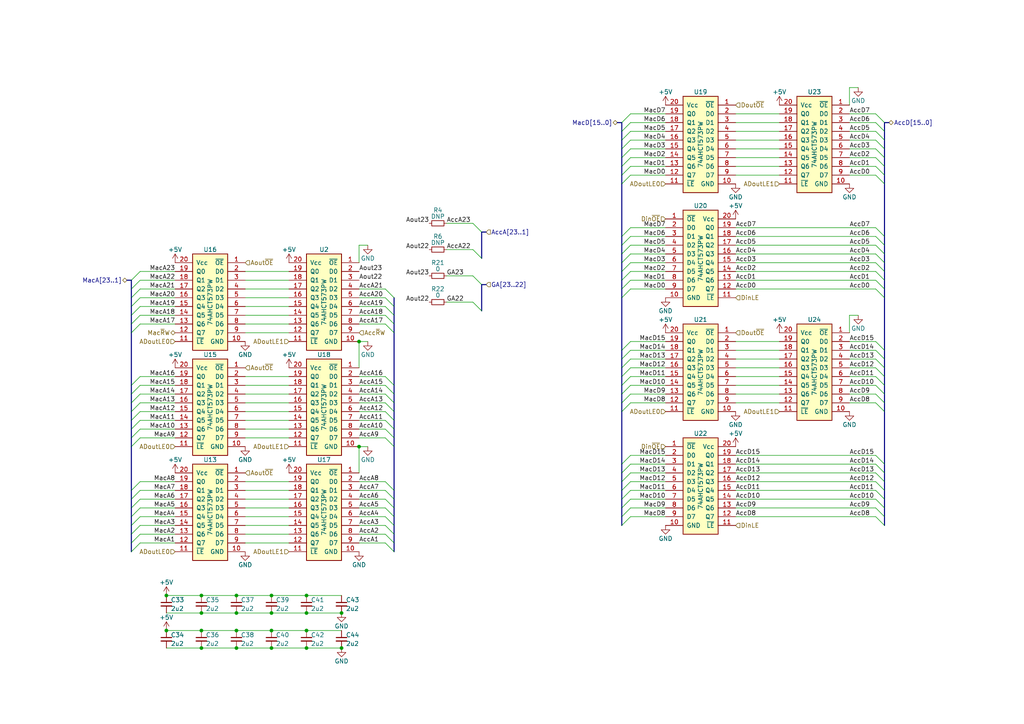
<source format=kicad_sch>
(kicad_sch (version 20230121) (generator eeschema)
  (paper "A4")
  (title_block (title "WarpSE (GW4410A)") (date "2024-03-27") (rev "1.0") (company "Garrett's Workshop"))
  (lib_symbols
    (symbol "Device:C_Small" (pin_numbers hide) (pin_names (offset 0.254) hide)
      (property "Reference" "C" (at 0.254 1.778 0))
      (property "Value" "C_Small" (at 0.254 -2.032 0))
      (symbol "C_Small_0_1"
        (polyline (pts (xy -1.524 -0.508) (xy 1.524 -0.508)) (stroke (width 0.3302)))
        (polyline (pts (xy -1.524 0.508) (xy 1.524 0.508)) (stroke (width 0.3048)))
      )
      (symbol "C_Small_1_1"
        (pin passive line (at 0 2.54 270) (length 2.032) (name "~") (number "1"))
        (pin passive line (at 0 -2.54 90) (length 2.032) (name "~") (number "2"))
      )
    )
    (symbol "Device:R_Small" (pin_numbers hide) (pin_names (offset 0.254) hide)
      (property "Reference" "R" (at 0.762 0.508 0))
      (property "Value" "R_Small" (at 0.762 -1.016 0))
      (symbol "R_Small_0_1"
        (rectangle (start -0.762 1.778) (end 0.762 -1.778) (stroke (width 0.2032)))
      )
      (symbol "R_Small_1_1"
        (pin passive line (at 0 2.54 270) (length 0.762) (name "~") (number "1"))
        (pin passive line (at 0 -2.54 90) (length 0.762) (name "~") (number "2"))
      )
    )
    (symbol "GW_Logic:74573" (pin_names (offset 1.016))
      (property "Reference" "U" (at 0 15.24 0))
      (property "Value" "74573" (at 0 -15.24 0))
      (symbol "74573_0_1"
        (rectangle (start -5.08 13.97) (end 5.08 -13.97) (stroke (width 0.254)) (fill (type background)))
      )
      (symbol "74573_1_1"
        (pin input line (at -10.16 11.43 0) (length 5.08) (name "~{OE}") (number "1"))
        (pin power_in line (at -10.16 -11.43 0) (length 5.08) (name "GND") (number "10"))
        (pin input line (at 10.16 -11.43 180) (length 5.08) (name "~{LE}") (number "11"))
        (pin tri_state line (at 10.16 -8.89 180) (length 5.08) (name "Q7") (number "12"))
        (pin tri_state line (at 10.16 -6.35 180) (length 5.08) (name "Q6") (number "13"))
        (pin tri_state line (at 10.16 -3.81 180) (length 5.08) (name "Q5") (number "14"))
        (pin tri_state line (at 10.16 -1.27 180) (length 5.08) (name "Q4") (number "15"))
        (pin tri_state line (at 10.16 1.27 180) (length 5.08) (name "Q3") (number "16"))
        (pin tri_state line (at 10.16 3.81 180) (length 5.08) (name "Q2") (number "17"))
        (pin tri_state line (at 10.16 6.35 180) (length 5.08) (name "Q1") (number "18"))
        (pin tri_state line (at 10.16 8.89 180) (length 5.08) (name "Q0") (number "19"))
        (pin input line (at -10.16 8.89 0) (length 5.08) (name "D0") (number "2"))
        (pin power_in line (at 10.16 11.43 180) (length 5.08) (name "Vcc") (number "20"))
        (pin input line (at -10.16 6.35 0) (length 5.08) (name "D1") (number "3"))
        (pin input line (at -10.16 3.81 0) (length 5.08) (name "D2") (number "4"))
        (pin input line (at -10.16 1.27 0) (length 5.08) (name "D3") (number "5"))
        (pin input line (at -10.16 -1.27 0) (length 5.08) (name "D4") (number "6"))
        (pin input line (at -10.16 -3.81 0) (length 5.08) (name "D5") (number "7"))
        (pin input line (at -10.16 -6.35 0) (length 5.08) (name "D6") (number "8"))
        (pin input line (at -10.16 -8.89 0) (length 5.08) (name "D7") (number "9"))
      )
    )
    (symbol "power:+5V" (power) (pin_names (offset 0))
      (property "Value" "+5V" (at 0 3.556 0))
      (symbol "+5V_0_1"
        (polyline (pts (xy -0.762 1.27) (xy 0 2.54)))
        (polyline (pts (xy 0 0) (xy 0 2.54)))
        (polyline (pts (xy 0 2.54) (xy 0.762 1.27)))
      )
      (symbol "+5V_1_1"
        (pin power_in line (at 0 0 90) (length 0) hide (name "+5V") (number "1"))
      )
    )
    (symbol "power:GND" (power) (pin_names (offset 0))
      (property "Value" "GND" (at 0 -3.81 0))
      (symbol "GND_0_1"
        (polyline (pts (xy 0 0) (xy 0 -1.27) (xy 1.27 -1.27) (xy 0 -2.54) (xy -1.27 -1.27) (xy 0 -1.27)))
      )
      (symbol "GND_1_1"
        (pin power_in line (at 0 0 270) (length 0) hide (name "GND") (number "1"))
      )
    )
  )
  (junction (at 58.42 182.88))
  (junction (at 78.74 187.96))
  (junction (at 78.74 182.88))
  (junction (at 104.14 129.54))
  (junction (at 78.74 177.8))
  (junction (at 68.58 172.72))
  (junction (at 68.58 187.96))
  (junction (at 99.06 177.8))
  (junction (at 88.9 182.88))
  (junction (at 104.14 99.06))
  (junction (at 48.26 182.88))
  (junction (at 88.9 187.96))
  (junction (at 58.42 177.8))
  (junction (at 99.06 187.96))
  (junction (at 68.58 182.88))
  (junction (at 68.58 177.8))
  (junction (at 58.42 187.96))
  (junction (at 88.9 172.72))
  (junction (at 58.42 172.72))
  (junction (at 48.26 172.72))
  (junction (at 78.74 172.72))
  (junction (at 88.9 177.8))
  (bus_entry (at 254 104.14) (size 2.54 2.54))
  (bus_entry (at 111.76 144.78) (size 2.54 2.54))
  (bus_entry (at 111.76 109.22) (size 2.54 2.54))
  (bus_entry (at 182.88 114.3) (size -2.54 2.54))
  (bus_entry (at 111.76 152.4) (size 2.54 2.54))
  (bus_entry (at 254 99.06) (size 2.54 2.54))
  (bus_entry (at 137.16 64.77) (size 2.54 2.54))
  (bus_entry (at 182.88 50.8) (size -2.54 2.54))
  (bus_entry (at 40.64 121.92) (size -2.54 2.54))
  (bus_entry (at 40.64 86.36) (size -2.54 2.54))
  (bus_entry (at 182.88 66.04) (size -2.54 2.54))
  (bus_entry (at 40.64 88.9) (size -2.54 2.54))
  (bus_entry (at 111.76 88.9) (size 2.54 2.54))
  (bus_entry (at 182.88 137.16) (size -2.54 2.54))
  (bus_entry (at 254 116.84) (size 2.54 2.54))
  (bus_entry (at 182.88 68.58) (size -2.54 2.54))
  (bus_entry (at 182.88 101.6) (size -2.54 2.54))
  (bus_entry (at 111.76 116.84) (size 2.54 2.54))
  (bus_entry (at 40.64 119.38) (size -2.54 2.54))
  (bus_entry (at 254 48.26) (size 2.54 2.54))
  (bus_entry (at 111.76 83.82) (size 2.54 2.54))
  (bus_entry (at 254 45.72) (size 2.54 2.54))
  (bus_entry (at 40.64 142.24) (size -2.54 2.54))
  (bus_entry (at 40.64 124.46) (size -2.54 2.54))
  (bus_entry (at 254 114.3) (size 2.54 2.54))
  (bus_entry (at 40.64 127) (size -2.54 2.54))
  (bus_entry (at 40.64 152.4) (size -2.54 2.54))
  (bus_entry (at 254 50.8) (size 2.54 2.54))
  (bus_entry (at 111.76 142.24) (size 2.54 2.54))
  (bus_entry (at 254 43.18) (size 2.54 2.54))
  (bus_entry (at 40.64 81.28) (size -2.54 2.54))
  (bus_entry (at 182.88 144.78) (size -2.54 2.54))
  (bus_entry (at 254 83.82) (size 2.54 2.54))
  (bus_entry (at 182.88 109.22) (size -2.54 2.54))
  (bus_entry (at 111.76 111.76) (size 2.54 2.54))
  (bus_entry (at 182.88 78.74) (size -2.54 2.54))
  (bus_entry (at 137.16 72.39) (size 2.54 2.54))
  (bus_entry (at 182.88 134.62) (size -2.54 2.54))
  (bus_entry (at 254 73.66) (size 2.54 2.54))
  (bus_entry (at 182.88 83.82) (size -2.54 2.54))
  (bus_entry (at 182.88 43.18) (size -2.54 2.54))
  (bus_entry (at 254 40.64) (size 2.54 2.54))
  (bus_entry (at 111.76 147.32) (size 2.54 2.54))
  (bus_entry (at 254 149.86) (size 2.54 2.54))
  (bus_entry (at 40.64 139.7) (size -2.54 2.54))
  (bus_entry (at 182.88 40.64) (size -2.54 2.54))
  (bus_entry (at 254 68.58) (size 2.54 2.54))
  (bus_entry (at 254 33.02) (size 2.54 2.54))
  (bus_entry (at 111.76 91.44) (size 2.54 2.54))
  (bus_entry (at 182.88 111.76) (size -2.54 2.54))
  (bus_entry (at 182.88 106.68) (size -2.54 2.54))
  (bus_entry (at 182.88 71.12) (size -2.54 2.54))
  (bus_entry (at 254 106.68) (size 2.54 2.54))
  (bus_entry (at 182.88 139.7) (size -2.54 2.54))
  (bus_entry (at 40.64 78.74) (size -2.54 2.54))
  (bus_entry (at 254 142.24) (size 2.54 2.54))
  (bus_entry (at 254 139.7) (size 2.54 2.54))
  (bus_entry (at 254 71.12) (size 2.54 2.54))
  (bus_entry (at 40.64 93.98) (size -2.54 2.54))
  (bus_entry (at 254 78.74) (size 2.54 2.54))
  (bus_entry (at 111.76 127) (size 2.54 2.54))
  (bus_entry (at 111.76 119.38) (size 2.54 2.54))
  (bus_entry (at 182.88 147.32) (size -2.54 2.54))
  (bus_entry (at 111.76 121.92) (size 2.54 2.54))
  (bus_entry (at 254 147.32) (size 2.54 2.54))
  (bus_entry (at 111.76 139.7) (size 2.54 2.54))
  (bus_entry (at 111.76 114.3) (size 2.54 2.54))
  (bus_entry (at 254 66.04) (size 2.54 2.54))
  (bus_entry (at 182.88 116.84) (size -2.54 2.54))
  (bus_entry (at 182.88 48.26) (size -2.54 2.54))
  (bus_entry (at 40.64 109.22) (size -2.54 2.54))
  (bus_entry (at 182.88 33.02) (size -2.54 2.54))
  (bus_entry (at 40.64 114.3) (size -2.54 2.54))
  (bus_entry (at 111.76 149.86) (size 2.54 2.54))
  (bus_entry (at 111.76 154.94) (size 2.54 2.54))
  (bus_entry (at 40.64 111.76) (size -2.54 2.54))
  (bus_entry (at 254 132.08) (size 2.54 2.54))
  (bus_entry (at 40.64 149.86) (size -2.54 2.54))
  (bus_entry (at 182.88 76.2) (size -2.54 2.54))
  (bus_entry (at 182.88 132.08) (size -2.54 2.54))
  (bus_entry (at 137.16 87.63) (size 2.54 2.54))
  (bus_entry (at 254 144.78) (size 2.54 2.54))
  (bus_entry (at 40.64 154.94) (size -2.54 2.54))
  (bus_entry (at 254 35.56) (size 2.54 2.54))
  (bus_entry (at 40.64 157.48) (size -2.54 2.54))
  (bus_entry (at 182.88 104.14) (size -2.54 2.54))
  (bus_entry (at 182.88 45.72) (size -2.54 2.54))
  (bus_entry (at 40.64 83.82) (size -2.54 2.54))
  (bus_entry (at 254 38.1) (size 2.54 2.54))
  (bus_entry (at 111.76 124.46) (size 2.54 2.54))
  (bus_entry (at 137.16 80.01) (size 2.54 2.54))
  (bus_entry (at 254 111.76) (size 2.54 2.54))
  (bus_entry (at 40.64 144.78) (size -2.54 2.54))
  (bus_entry (at 254 109.22) (size 2.54 2.54))
  (bus_entry (at 182.88 149.86) (size -2.54 2.54))
  (bus_entry (at 111.76 86.36) (size 2.54 2.54))
  (bus_entry (at 182.88 99.06) (size -2.54 2.54))
  (bus_entry (at 182.88 38.1) (size -2.54 2.54))
  (bus_entry (at 111.76 157.48) (size 2.54 2.54))
  (bus_entry (at 254 76.2) (size 2.54 2.54))
  (bus_entry (at 254 137.16) (size 2.54 2.54))
  (bus_entry (at 182.88 73.66) (size -2.54 2.54))
  (bus_entry (at 254 101.6) (size 2.54 2.54))
  (bus_entry (at 40.64 116.84) (size -2.54 2.54))
  (bus_entry (at 40.64 147.32) (size -2.54 2.54))
  (bus_entry (at 254 81.28) (size 2.54 2.54))
  (bus_entry (at 40.64 91.44) (size -2.54 2.54))
  (bus_entry (at 111.76 93.98) (size 2.54 2.54))
  (bus_entry (at 182.88 81.28) (size -2.54 2.54))
  (bus_entry (at 182.88 35.56) (size -2.54 2.54))
  (bus_entry (at 254 134.62) (size 2.54 2.54))
  (bus_entry (at 182.88 142.24) (size -2.54 2.54))
  (wire (pts (xy 246.38 38.1) (xy 254 38.1)))
  (wire (pts (xy 48.26 177.8) (xy 58.42 177.8)))
  (bus (pts (xy 256.54 109.22) (xy 256.54 111.76)))
  (wire (pts (xy 71.12 147.32) (xy 83.82 147.32)))
  (wire (pts (xy 182.88 71.12) (xy 193.04 71.12)))
  (wire (pts (xy 50.8 109.22) (xy 40.64 109.22)))
  (wire (pts (xy 71.12 83.82) (xy 83.82 83.82)))
  (wire (pts (xy 50.8 144.78) (xy 40.64 144.78)))
  (wire (pts (xy 88.9 182.88) (xy 99.06 182.88)))
  (wire (pts (xy 213.36 139.7) (xy 254 139.7)))
  (wire (pts (xy 50.8 78.74) (xy 40.64 78.74)))
  (bus (pts (xy 257.81 35.56) (xy 256.54 35.56)))
  (wire (pts (xy 50.8 83.82) (xy 40.64 83.82)))
  (wire (pts (xy 50.8 127) (xy 40.64 127)))
  (bus (pts (xy 256.54 50.8) (xy 256.54 53.34)))
  (bus (pts (xy 114.3 152.4) (xy 114.3 154.94)))
  (wire (pts (xy 104.14 129.54) (xy 106.68 129.54)))
  (wire (pts (xy 213.36 114.3) (xy 226.06 114.3)))
  (wire (pts (xy 213.36 104.14) (xy 226.06 104.14)))
  (wire (pts (xy 246.38 91.44) (xy 248.92 91.44)))
  (bus (pts (xy 38.1 152.4) (xy 38.1 154.94)))
  (bus (pts (xy 180.34 116.84) (xy 180.34 119.38)))
  (bus (pts (xy 180.34 43.18) (xy 180.34 45.72)))
  (wire (pts (xy 182.88 83.82) (xy 193.04 83.82)))
  (wire (pts (xy 50.8 149.86) (xy 40.64 149.86)))
  (wire (pts (xy 71.12 139.7) (xy 83.82 139.7)))
  (bus (pts (xy 256.54 86.36) (xy 256.54 101.6)))
  (wire (pts (xy 48.26 182.88) (xy 58.42 182.88)))
  (bus (pts (xy 139.7 90.17) (xy 139.7 82.55)))
  (bus (pts (xy 180.34 35.56) (xy 180.34 38.1)))
  (wire (pts (xy 71.12 109.22) (xy 83.82 109.22)))
  (bus (pts (xy 256.54 83.82) (xy 256.54 86.36)))
  (bus (pts (xy 256.54 53.34) (xy 256.54 68.58)))
  (wire (pts (xy 213.36 144.78) (xy 254 144.78)))
  (bus (pts (xy 180.34 38.1) (xy 180.34 40.64)))
  (wire (pts (xy 213.36 68.58) (xy 254 68.58)))
  (wire (pts (xy 182.88 38.1) (xy 193.04 38.1)))
  (wire (pts (xy 104.14 91.44) (xy 111.76 91.44)))
  (bus (pts (xy 38.1 119.38) (xy 38.1 121.92)))
  (wire (pts (xy 50.8 111.76) (xy 40.64 111.76)))
  (wire (pts (xy 71.12 121.92) (xy 83.82 121.92)))
  (wire (pts (xy 182.88 144.78) (xy 193.04 144.78)))
  (wire (pts (xy 50.8 91.44) (xy 40.64 91.44)))
  (wire (pts (xy 213.36 45.72) (xy 226.06 45.72)))
  (wire (pts (xy 71.12 119.38) (xy 83.82 119.38)))
  (wire (pts (xy 58.42 187.96) (xy 68.58 187.96)))
  (bus (pts (xy 38.1 83.82) (xy 38.1 86.36)))
  (bus (pts (xy 256.54 144.78) (xy 256.54 147.32)))
  (wire (pts (xy 246.38 111.76) (xy 254 111.76)))
  (bus (pts (xy 38.1 149.86) (xy 38.1 152.4)))
  (bus (pts (xy 114.3 149.86) (xy 114.3 152.4)))
  (bus (pts (xy 114.3 88.9) (xy 114.3 91.44)))
  (wire (pts (xy 48.26 172.72) (xy 58.42 172.72)))
  (wire (pts (xy 213.36 76.2) (xy 254 76.2)))
  (wire (pts (xy 71.12 152.4) (xy 83.82 152.4)))
  (wire (pts (xy 213.36 106.68) (xy 226.06 106.68)))
  (wire (pts (xy 50.8 86.36) (xy 40.64 86.36)))
  (bus (pts (xy 180.34 104.14) (xy 180.34 106.68)))
  (wire (pts (xy 104.14 147.32) (xy 111.76 147.32)))
  (wire (pts (xy 246.38 48.26) (xy 254 48.26)))
  (bus (pts (xy 179.07 35.56) (xy 180.34 35.56)))
  (bus (pts (xy 256.54 68.58) (xy 256.54 71.12)))
  (wire (pts (xy 78.74 172.72) (xy 88.9 172.72)))
  (bus (pts (xy 180.34 48.26) (xy 180.34 50.8)))
  (wire (pts (xy 129.54 80.01) (xy 137.16 80.01)))
  (wire (pts (xy 182.88 76.2) (xy 193.04 76.2)))
  (bus (pts (xy 256.54 137.16) (xy 256.54 139.7)))
  (wire (pts (xy 213.36 99.06) (xy 226.06 99.06)))
  (bus (pts (xy 114.3 96.52) (xy 114.3 111.76)))
  (wire (pts (xy 246.38 45.72) (xy 254 45.72)))
  (wire (pts (xy 104.14 152.4) (xy 111.76 152.4)))
  (bus (pts (xy 180.34 40.64) (xy 180.34 43.18)))
  (wire (pts (xy 182.88 50.8) (xy 193.04 50.8)))
  (wire (pts (xy 182.88 134.62) (xy 193.04 134.62)))
  (wire (pts (xy 129.54 72.39) (xy 137.16 72.39)))
  (wire (pts (xy 213.36 66.04) (xy 254 66.04)))
  (bus (pts (xy 180.34 144.78) (xy 180.34 147.32)))
  (wire (pts (xy 104.14 83.82) (xy 111.76 83.82)))
  (wire (pts (xy 71.12 78.74) (xy 83.82 78.74)))
  (bus (pts (xy 38.1 142.24) (xy 38.1 144.78)))
  (bus (pts (xy 180.34 76.2) (xy 180.34 78.74)))
  (wire (pts (xy 71.12 144.78) (xy 83.82 144.78)))
  (wire (pts (xy 50.8 139.7) (xy 40.64 139.7)))
  (wire (pts (xy 50.8 93.98) (xy 40.64 93.98)))
  (wire (pts (xy 213.36 43.18) (xy 226.06 43.18)))
  (bus (pts (xy 38.1 147.32) (xy 38.1 149.86)))
  (wire (pts (xy 213.36 38.1) (xy 226.06 38.1)))
  (wire (pts (xy 182.88 111.76) (xy 193.04 111.76)))
  (wire (pts (xy 213.36 81.28) (xy 254 81.28)))
  (bus (pts (xy 256.54 45.72) (xy 256.54 48.26)))
  (wire (pts (xy 71.12 93.98) (xy 83.82 93.98)))
  (wire (pts (xy 182.88 137.16) (xy 193.04 137.16)))
  (wire (pts (xy 50.8 114.3) (xy 40.64 114.3)))
  (bus (pts (xy 114.3 127) (xy 114.3 129.54)))
  (wire (pts (xy 104.14 93.98) (xy 111.76 93.98)))
  (bus (pts (xy 256.54 76.2) (xy 256.54 78.74)))
  (wire (pts (xy 213.36 48.26) (xy 226.06 48.26)))
  (bus (pts (xy 256.54 134.62) (xy 256.54 137.16)))
  (wire (pts (xy 104.14 86.36) (xy 111.76 86.36)))
  (bus (pts (xy 139.7 67.31) (xy 140.97 67.31)))
  (wire (pts (xy 104.14 116.84) (xy 111.76 116.84)))
  (bus (pts (xy 114.3 114.3) (xy 114.3 116.84)))
  (wire (pts (xy 213.36 78.74) (xy 254 78.74)))
  (wire (pts (xy 58.42 172.72) (xy 68.58 172.72)))
  (bus (pts (xy 114.3 142.24) (xy 114.3 144.78)))
  (wire (pts (xy 246.38 25.4) (xy 248.92 25.4)))
  (bus (pts (xy 180.34 114.3) (xy 180.34 116.84)))
  (wire (pts (xy 182.88 43.18) (xy 193.04 43.18)))
  (wire (pts (xy 246.38 99.06) (xy 254 99.06)))
  (bus (pts (xy 38.1 157.48) (xy 38.1 160.02)))
  (wire (pts (xy 104.14 157.48) (xy 111.76 157.48)))
  (wire (pts (xy 129.54 87.63) (xy 137.16 87.63)))
  (bus (pts (xy 114.3 121.92) (xy 114.3 124.46)))
  (bus (pts (xy 180.34 137.16) (xy 180.34 139.7)))
  (bus (pts (xy 139.7 74.93) (xy 139.7 67.31)))
  (bus (pts (xy 38.1 144.78) (xy 38.1 147.32)))
  (bus (pts (xy 38.1 154.94) (xy 38.1 157.48)))
  (wire (pts (xy 50.8 88.9) (xy 40.64 88.9)))
  (wire (pts (xy 104.14 129.54) (xy 104.14 137.16)))
  (wire (pts (xy 213.36 109.22) (xy 226.06 109.22)))
  (wire (pts (xy 246.38 109.22) (xy 254 109.22)))
  (bus (pts (xy 256.54 78.74) (xy 256.54 81.28)))
  (bus (pts (xy 180.34 139.7) (xy 180.34 142.24)))
  (bus (pts (xy 38.1 93.98) (xy 38.1 96.52)))
  (wire (pts (xy 58.42 182.88) (xy 68.58 182.88)))
  (bus (pts (xy 38.1 111.76) (xy 38.1 114.3)))
  (bus (pts (xy 180.34 106.68) (xy 180.34 109.22)))
  (wire (pts (xy 104.14 139.7) (xy 111.76 139.7)))
  (wire (pts (xy 88.9 177.8) (xy 99.06 177.8)))
  (bus (pts (xy 180.34 68.58) (xy 180.34 71.12)))
  (wire (pts (xy 213.36 142.24) (xy 254 142.24)))
  (wire (pts (xy 50.8 157.48) (xy 40.64 157.48)))
  (bus (pts (xy 256.54 119.38) (xy 256.54 134.62)))
  (bus (pts (xy 38.1 96.52) (xy 38.1 111.76)))
  (bus (pts (xy 114.3 147.32) (xy 114.3 149.86)))
  (wire (pts (xy 68.58 187.96) (xy 78.74 187.96)))
  (bus (pts (xy 256.54 139.7) (xy 256.54 142.24)))
  (bus (pts (xy 139.7 82.55) (xy 140.97 82.55)))
  (wire (pts (xy 71.12 142.24) (xy 83.82 142.24)))
  (wire (pts (xy 246.38 106.68) (xy 254 106.68)))
  (wire (pts (xy 104.14 119.38) (xy 111.76 119.38)))
  (bus (pts (xy 38.1 124.46) (xy 38.1 127)))
  (wire (pts (xy 71.12 114.3) (xy 83.82 114.3)))
  (wire (pts (xy 182.88 106.68) (xy 193.04 106.68)))
  (wire (pts (xy 246.38 33.02) (xy 254 33.02)))
  (wire (pts (xy 71.12 91.44) (xy 83.82 91.44)))
  (wire (pts (xy 50.8 142.24) (xy 40.64 142.24)))
  (bus (pts (xy 38.1 116.84) (xy 38.1 119.38)))
  (bus (pts (xy 256.54 35.56) (xy 256.54 38.1)))
  (bus (pts (xy 256.54 71.12) (xy 256.54 73.66)))
  (wire (pts (xy 50.8 121.92) (xy 40.64 121.92)))
  (bus (pts (xy 38.1 86.36) (xy 38.1 88.9)))
  (bus (pts (xy 114.3 86.36) (xy 114.3 88.9)))
  (bus (pts (xy 180.34 111.76) (xy 180.34 114.3)))
  (wire (pts (xy 182.88 142.24) (xy 193.04 142.24)))
  (wire (pts (xy 104.14 121.92) (xy 111.76 121.92)))
  (wire (pts (xy 104.14 149.86) (xy 111.76 149.86)))
  (wire (pts (xy 71.12 111.76) (xy 83.82 111.76)))
  (bus (pts (xy 256.54 106.68) (xy 256.54 109.22)))
  (wire (pts (xy 182.88 33.02) (xy 193.04 33.02)))
  (bus (pts (xy 114.3 119.38) (xy 114.3 121.92)))
  (bus (pts (xy 38.1 114.3) (xy 38.1 116.84)))
  (wire (pts (xy 213.36 50.8) (xy 226.06 50.8)))
  (bus (pts (xy 180.34 81.28) (xy 180.34 83.82)))
  (bus (pts (xy 256.54 73.66) (xy 256.54 76.2)))
  (wire (pts (xy 106.68 71.12) (xy 104.14 71.12)))
  (wire (pts (xy 182.88 114.3) (xy 193.04 114.3)))
  (wire (pts (xy 182.88 139.7) (xy 193.04 139.7)))
  (wire (pts (xy 71.12 81.28) (xy 83.82 81.28)))
  (wire (pts (xy 78.74 187.96) (xy 88.9 187.96)))
  (wire (pts (xy 213.36 33.02) (xy 226.06 33.02)))
  (wire (pts (xy 71.12 157.48) (xy 83.82 157.48)))
  (bus (pts (xy 180.34 119.38) (xy 180.34 134.62)))
  (bus (pts (xy 180.34 109.22) (xy 180.34 111.76)))
  (wire (pts (xy 182.88 48.26) (xy 193.04 48.26)))
  (bus (pts (xy 36.83 81.28) (xy 38.1 81.28)))
  (bus (pts (xy 256.54 114.3) (xy 256.54 116.84)))
  (wire (pts (xy 50.8 147.32) (xy 40.64 147.32)))
  (wire (pts (xy 71.12 86.36) (xy 83.82 86.36)))
  (wire (pts (xy 213.36 147.32) (xy 254 147.32)))
  (wire (pts (xy 213.36 116.84) (xy 226.06 116.84)))
  (wire (pts (xy 104.14 76.2) (xy 104.14 71.12)))
  (wire (pts (xy 50.8 116.84) (xy 40.64 116.84)))
  (bus (pts (xy 114.3 116.84) (xy 114.3 119.38)))
  (wire (pts (xy 182.88 68.58) (xy 193.04 68.58)))
  (wire (pts (xy 78.74 182.88) (xy 88.9 182.88)))
  (wire (pts (xy 213.36 132.08) (xy 254 132.08)))
  (wire (pts (xy 104.14 124.46) (xy 111.76 124.46)))
  (bus (pts (xy 180.34 142.24) (xy 180.34 144.78)))
  (wire (pts (xy 104.14 144.78) (xy 111.76 144.78)))
  (wire (pts (xy 104.14 142.24) (xy 111.76 142.24)))
  (wire (pts (xy 104.14 154.94) (xy 111.76 154.94)))
  (wire (pts (xy 246.38 50.8) (xy 254 50.8)))
  (bus (pts (xy 114.3 144.78) (xy 114.3 147.32)))
  (wire (pts (xy 213.36 137.16) (xy 254 137.16)))
  (bus (pts (xy 38.1 129.54) (xy 38.1 142.24)))
  (bus (pts (xy 114.3 111.76) (xy 114.3 114.3)))
  (wire (pts (xy 88.9 187.96) (xy 99.06 187.96)))
  (wire (pts (xy 104.14 106.68) (xy 104.14 99.06)))
  (wire (pts (xy 246.38 40.64) (xy 254 40.64)))
  (wire (pts (xy 182.88 109.22) (xy 193.04 109.22)))
  (wire (pts (xy 78.74 177.8) (xy 88.9 177.8)))
  (wire (pts (xy 213.36 35.56) (xy 226.06 35.56)))
  (wire (pts (xy 104.14 88.9) (xy 111.76 88.9)))
  (bus (pts (xy 180.34 149.86) (xy 180.34 152.4)))
  (wire (pts (xy 246.38 35.56) (xy 254 35.56)))
  (wire (pts (xy 50.8 119.38) (xy 40.64 119.38)))
  (wire (pts (xy 129.54 64.77) (xy 137.16 64.77)))
  (wire (pts (xy 182.88 99.06) (xy 193.04 99.06)))
  (wire (pts (xy 106.68 99.06) (xy 104.14 99.06)))
  (wire (pts (xy 71.12 149.86) (xy 83.82 149.86)))
  (bus (pts (xy 180.34 134.62) (xy 180.34 137.16)))
  (wire (pts (xy 71.12 96.52) (xy 83.82 96.52)))
  (wire (pts (xy 71.12 88.9) (xy 83.82 88.9)))
  (bus (pts (xy 38.1 81.28) (xy 38.1 83.82)))
  (wire (pts (xy 182.88 81.28) (xy 193.04 81.28)))
  (wire (pts (xy 246.38 116.84) (xy 254 116.84)))
  (bus (pts (xy 38.1 121.92) (xy 38.1 124.46)))
  (bus (pts (xy 180.34 73.66) (xy 180.34 76.2)))
  (bus (pts (xy 256.54 38.1) (xy 256.54 40.64)))
  (bus (pts (xy 256.54 111.76) (xy 256.54 114.3)))
  (bus (pts (xy 180.34 86.36) (xy 180.34 101.6)))
  (bus (pts (xy 180.34 53.34) (xy 180.34 68.58)))
  (wire (pts (xy 213.36 134.62) (xy 254 134.62)))
  (wire (pts (xy 182.88 35.56) (xy 193.04 35.56)))
  (bus (pts (xy 38.1 127) (xy 38.1 129.54)))
  (wire (pts (xy 182.88 147.32) (xy 193.04 147.32)))
  (wire (pts (xy 71.12 154.94) (xy 83.82 154.94)))
  (wire (pts (xy 50.8 154.94) (xy 40.64 154.94)))
  (bus (pts (xy 180.34 101.6) (xy 180.34 104.14)))
  (wire (pts (xy 182.88 149.86) (xy 193.04 149.86)))
  (bus (pts (xy 256.54 43.18) (xy 256.54 45.72)))
  (bus (pts (xy 180.34 45.72) (xy 180.34 48.26)))
  (bus (pts (xy 256.54 48.26) (xy 256.54 50.8)))
  (bus (pts (xy 256.54 104.14) (xy 256.54 106.68)))
  (wire (pts (xy 213.36 83.82) (xy 254 83.82)))
  (bus (pts (xy 256.54 40.64) (xy 256.54 43.18)))
  (wire (pts (xy 182.88 40.64) (xy 193.04 40.64)))
  (wire (pts (xy 213.36 101.6) (xy 226.06 101.6)))
  (wire (pts (xy 50.8 152.4) (xy 40.64 152.4)))
  (bus (pts (xy 256.54 149.86) (xy 256.54 152.4)))
  (bus (pts (xy 114.3 154.94) (xy 114.3 157.48)))
  (bus (pts (xy 180.34 50.8) (xy 180.34 53.34)))
  (wire (pts (xy 48.26 187.96) (xy 58.42 187.96)))
  (bus (pts (xy 114.3 129.54) (xy 114.3 142.24)))
  (wire (pts (xy 50.8 124.46) (xy 40.64 124.46)))
  (wire (pts (xy 213.36 111.76) (xy 226.06 111.76)))
  (bus (pts (xy 180.34 147.32) (xy 180.34 149.86)))
  (wire (pts (xy 68.58 182.88) (xy 78.74 182.88)))
  (wire (pts (xy 246.38 104.14) (xy 254 104.14)))
  (wire (pts (xy 182.88 104.14) (xy 193.04 104.14)))
  (wire (pts (xy 50.8 81.28) (xy 40.64 81.28)))
  (bus (pts (xy 180.34 83.82) (xy 180.34 86.36)))
  (wire (pts (xy 104.14 109.22) (xy 111.76 109.22)))
  (wire (pts (xy 182.88 78.74) (xy 193.04 78.74)))
  (wire (pts (xy 104.14 111.76) (xy 111.76 111.76)))
  (bus (pts (xy 256.54 81.28) (xy 256.54 83.82)))
  (bus (pts (xy 256.54 116.84) (xy 256.54 119.38)))
  (bus (pts (xy 114.3 124.46) (xy 114.3 127)))
  (wire (pts (xy 71.12 127) (xy 83.82 127)))
  (wire (pts (xy 182.88 45.72) (xy 193.04 45.72)))
  (wire (pts (xy 246.38 91.44) (xy 246.38 96.52)))
  (bus (pts (xy 180.34 78.74) (xy 180.34 81.28)))
  (wire (pts (xy 182.88 132.08) (xy 193.04 132.08)))
  (bus (pts (xy 256.54 101.6) (xy 256.54 104.14)))
  (wire (pts (xy 246.38 43.18) (xy 254 43.18)))
  (bus (pts (xy 256.54 142.24) (xy 256.54 144.78)))
  (bus (pts (xy 256.54 147.32) (xy 256.54 149.86)))
  (wire (pts (xy 71.12 116.84) (xy 83.82 116.84)))
  (wire (pts (xy 182.88 73.66) (xy 193.04 73.66)))
  (wire (pts (xy 58.42 177.8) (xy 68.58 177.8)))
  (bus (pts (xy 180.34 71.12) (xy 180.34 73.66)))
  (wire (pts (xy 71.12 124.46) (xy 83.82 124.46)))
  (wire (pts (xy 68.58 177.8) (xy 78.74 177.8)))
  (wire (pts (xy 213.36 71.12) (xy 254 71.12)))
  (wire (pts (xy 182.88 66.04) (xy 193.04 66.04)))
  (wire (pts (xy 88.9 172.72) (xy 99.06 172.72)))
  (bus (pts (xy 38.1 91.44) (xy 38.1 93.98)))
  (wire (pts (xy 246.38 25.4) (xy 246.38 30.48)))
  (bus (pts (xy 114.3 91.44) (xy 114.3 93.98)))
  (wire (pts (xy 213.36 73.66) (xy 254 73.66)))
  (wire (pts (xy 246.38 101.6) (xy 254 101.6)))
  (bus (pts (xy 114.3 93.98) (xy 114.3 96.52)))
  (wire (pts (xy 213.36 149.86) (xy 254 149.86)))
  (bus (pts (xy 114.3 157.48) (xy 114.3 160.02)))
  (wire (pts (xy 104.14 114.3) (xy 111.76 114.3)))
  (wire (pts (xy 182.88 116.84) (xy 193.04 116.84)))
  (wire (pts (xy 182.88 101.6) (xy 193.04 101.6)))
  (wire (pts (xy 213.36 40.64) (xy 226.06 40.64)))
  (wire (pts (xy 104.14 127) (xy 111.76 127)))
  (bus (pts (xy 38.1 88.9) (xy 38.1 91.44)))
  (wire (pts (xy 246.38 114.3) (xy 254 114.3)))
  (wire (pts (xy 68.58 172.72) (xy 78.74 172.72)))
  (label "AccA18" (at 104.14 91.44 0))
  (label "MacA18" (at 50.8 91.44 180))
  (label "MacD3" (at 193.04 76.2 180))
  (label "AccD13" (at 246.38 137.16 0))
  (label "AccD15" (at 213.36 132.08 0))
  (label "MacD14" (at 193.04 101.6 180))
  (label "AccA10" (at 104.14 124.46 0))
  (label "MacA13" (at 50.8 116.84 180))
  (label "MacA5" (at 50.8 147.32 180))
  (label "MacA21" (at 50.8 83.82 180))
  (label "AccD8" (at 246.38 149.86 0))
  (label "AccA14" (at 104.14 114.3 0))
  (label "AccD11" (at 246.38 142.24 0))
  (label "MacA1" (at 50.8 157.48 180))
  (label "AccD13" (at 213.36 137.16 0))
  (label "MacA17" (at 50.8 93.98 180))
  (label "MacA2" (at 50.8 154.94 180))
  (label "MacA12" (at 50.8 119.38 180))
  (label "MacD14" (at 193.04 134.62 180))
  (label "AccD13" (at 246.38 104.14 0))
  (label "AccD14" (at 246.38 134.62 0))
  (label "AccD4" (at 246.38 73.66 0))
  (label "AccD5" (at 246.38 71.12 0))
  (label "AccD10" (at 246.38 144.78 0))
  (label "AccD0" (at 213.36 83.82 0))
  (label "AccD7" (at 246.38 33.02 0))
  (label "AccD12" (at 246.38 139.7 0))
  (label "AccA4" (at 104.14 149.86 0))
  (label "MacD2" (at 193.04 78.74 180))
  (label "AccD0" (at 246.38 50.8 0))
  (label "MacA23" (at 50.8 78.74 180))
  (label "AccA16" (at 104.14 109.22 0))
  (label "MacD4" (at 193.04 40.64 180))
  (label "AccD9" (at 213.36 147.32 0))
  (label "MacA14" (at 50.8 114.3 180))
  (label "MacA16" (at 50.8 109.22 180))
  (label "AccD11" (at 246.38 109.22 0))
  (label "AccD6" (at 246.38 68.58 0))
  (label "MacD0" (at 193.04 83.82 180))
  (label "MacD15" (at 193.04 132.08 180))
  (label "MacA10" (at 50.8 124.46 180))
  (label "GA22" (at 129.54 87.63 0))
  (label "AccD1" (at 213.36 81.28 0))
  (label "MacD13" (at 193.04 104.14 180))
  (label "AccA8" (at 104.14 139.7 0))
  (label "AccA15" (at 104.14 111.76 0))
  (label "AccD9" (at 246.38 147.32 0))
  (label "MacD12" (at 193.04 106.68 180))
  (label "MacA11" (at 50.8 121.92 180))
  (label "AccA17" (at 104.14 93.98 0))
  (label "Aout23" (at 104.14 78.74 0))
  (label "AccD2" (at 246.38 78.74 0))
  (label "MacA15" (at 50.8 111.76 180))
  (label "AccA20" (at 104.14 86.36 0))
  (label "MacD5" (at 193.04 71.12 180))
  (label "MacD10" (at 193.04 111.76 180))
  (label "AccA23" (at 129.54 64.77 0))
  (label "MacD6" (at 193.04 35.56 180))
  (label "AccA19" (at 104.14 88.9 0))
  (label "AccA11" (at 104.14 121.92 0))
  (label "AccD8" (at 246.38 116.84 0))
  (label "MacD1" (at 193.04 48.26 180))
  (label "MacA3" (at 50.8 152.4 180))
  (label "MacD9" (at 193.04 114.3 180))
  (label "AccD7" (at 246.38 66.04 0))
  (label "AccD8" (at 213.36 149.86 0))
  (label "MacA22" (at 50.8 81.28 180))
  (label "MacD0" (at 193.04 50.8 180))
  (label "AccD7" (at 213.36 66.04 0))
  (label "AccD2" (at 213.36 78.74 0))
  (label "AccD3" (at 213.36 76.2 0))
  (label "MacD12" (at 193.04 139.7 180))
  (label "MacD11" (at 193.04 142.24 180))
  (label "AccD1" (at 246.38 81.28 0))
  (label "AccA5" (at 104.14 147.32 0))
  (label "AccD6" (at 213.36 68.58 0))
  (label "AccD4" (at 246.38 40.64 0))
  (label "MacD10" (at 193.04 144.78 180))
  (label "AccD3" (at 246.38 43.18 0))
  (label "AccD1" (at 246.38 48.26 0))
  (label "AccD5" (at 213.36 71.12 0))
  (label "AccD15" (at 246.38 99.06 0))
  (label "AccD2" (at 246.38 45.72 0))
  (label "AccD11" (at 213.36 142.24 0))
  (label "MacD8" (at 193.04 116.84 180))
  (label "AccD15" (at 246.38 132.08 0))
  (label "MacD7" (at 193.04 33.02 180))
  (label "Aout23" (at 124.46 80.01 180))
  (label "MacD5" (at 193.04 38.1 180))
  (label "AccA9" (at 104.14 127 0))
  (label "AccD4" (at 213.36 73.66 0))
  (label "AccD9" (at 246.38 114.3 0))
  (label "MacD13" (at 193.04 137.16 180))
  (label "AccA1" (at 104.14 157.48 0))
  (label "MacD4" (at 193.04 73.66 180))
  (label "AccA7" (at 104.14 142.24 0))
  (label "AccA2" (at 104.14 154.94 0))
  (label "AccA21" (at 104.14 83.82 0))
  (label "MacA4" (at 50.8 149.86 180))
  (label "AccD10" (at 213.36 144.78 0))
  (label "MacD2" (at 193.04 45.72 180))
  (label "MacD11" (at 193.04 109.22 180))
  (label "MacD9" (at 193.04 147.32 180))
  (label "AccD12" (at 213.36 139.7 0))
  (label "MacD8" (at 193.04 149.86 180))
  (label "Aout22" (at 104.14 81.28 0))
  (label "GA23" (at 129.54 80.01 0))
  (label "AccD3" (at 246.38 76.2 0))
  (label "AccD10" (at 246.38 111.76 0))
  (label "MacD3" (at 193.04 43.18 180))
  (label "MacA19" (at 50.8 88.9 180))
  (label "AccA12" (at 104.14 119.38 0))
  (label "AccD14" (at 213.36 134.62 0))
  (label "AccD6" (at 246.38 35.56 0))
  (label "MacA6" (at 50.8 144.78 180))
  (label "MacA8" (at 50.8 139.7 180))
  (label "MacD1" (at 193.04 81.28 180))
  (label "MacA9" (at 50.8 127 180))
  (label "AccA22" (at 129.54 72.39 0))
  (label "MacD6" (at 193.04 68.58 180))
  (label "MacA20" (at 50.8 86.36 180))
  (label "Aout23" (at 124.46 64.77 180))
  (label "MacA7" (at 50.8 142.24 180))
  (label "AccD14" (at 246.38 101.6 0))
  (label "AccD12" (at 246.38 106.68 0))
  (label "AccD5" (at 246.38 38.1 0))
  (label "MacD7" (at 193.04 66.04 180))
  (label "AccA6" (at 104.14 144.78 0))
  (label "AccD0" (at 246.38 83.82 0))
  (label "Aout22" (at 124.46 87.63 180))
  (label "AccA3" (at 104.14 152.4 0))
  (label "Aout22" (at 124.46 72.39 180))
  (label "MacD15" (at 193.04 99.06 180))
  (label "AccA13" (at 104.14 116.84 0))
  (hierarchical_label "ADoutLE0" (shape input) (at 50.8 160.02 180))
  (hierarchical_label "ADoutLE1" (shape input) (at 83.82 160.02 180))
  (hierarchical_label "ADoutLE0" (shape input) (at 50.8 129.54 180))
  (hierarchical_label "AccA[23..1]" (shape input) (at 140.97 67.31 0))
  (hierarchical_label "ADoutLE0" (shape input) (at 193.04 119.38 180))
  (hierarchical_label "Mac~{R}W" (shape tri_state) (at 50.8 96.52 180))
  (hierarchical_label "ADoutLE1" (shape input) (at 83.82 99.06 180))
  (hierarchical_label "GA[23..22]" (shape input) (at 140.97 82.55 0))
  (hierarchical_label "Dout~{OE}" (shape input) (at 213.36 30.48 0))
  (hierarchical_label "ADoutLE1" (shape input) (at 226.06 119.38 180))
  (hierarchical_label "Din~{OE}" (shape input) (at 193.04 63.5 180))
  (hierarchical_label "DinLE" (shape input) (at 213.36 152.4 0))
  (hierarchical_label "Aout~{OE}" (shape input) (at 71.12 76.2 0))
  (hierarchical_label "Acc~{R}W" (shape input) (at 104.14 96.52 0))
  (hierarchical_label "ADoutLE0" (shape input) (at 50.8 99.06 180))
  (hierarchical_label "Aout~{OE}" (shape input) (at 71.12 106.68 0))
  (hierarchical_label "Aout~{OE}" (shape input) (at 71.12 137.16 0))
  (hierarchical_label "MacD[15..0]" (shape bidirectional) (at 179.07 35.56 180))
  (hierarchical_label "Din~{OE}" (shape input) (at 193.04 129.54 180))
  (hierarchical_label "MacA[23..1]" (shape tri_state) (at 36.83 81.28 180))
  (hierarchical_label "Dout~{OE}" (shape input) (at 213.36 96.52 0))
  (hierarchical_label "ADoutLE0" (shape input) (at 193.04 53.34 180))
  (hierarchical_label "DinLE" (shape input) (at 213.36 86.36 0))
  (hierarchical_label "ADoutLE1" (shape input) (at 83.82 129.54 180))
  (hierarchical_label "ADoutLE1" (shape input) (at 226.06 53.34 180))
  (hierarchical_label "AccD[15..0]" (shape bidirectional) (at 257.81 35.56 0))
  (symbol (lib_id "GW_Logic:74573") (at 60.96 148.59 0) (mirror y) (unit 1)
    (property "Reference" "U13" (at 60.96 133.35 0))
    (property "Value" "74AHCT573PW" (at 60.96 148.59 90))
    (property "Footprint" "stdpads:TSSOP-20_4.4x6.5mm_P0.65mm" (effects hide))
    (property "LCSC Part" "C141311" (effects hide))
  )
  (symbol (lib_id "GW_Logic:74573") (at 60.96 118.11 0) (mirror y) (unit 1)
    (property "Reference" "U15" (at 60.96 102.87 0))
    (property "Value" "74AHCT573PW" (at 60.96 118.11 90))
    (property "Footprint" "stdpads:TSSOP-20_4.4x6.5mm_P0.65mm" (effects hide))
    (property "LCSC Part" "C141311" (effects hide))
  )
  (symbol (lib_id "power:GND") (at 71.12 160.02 0) (unit 1)
    (property "Reference" "#PWR0166" (effects hide))
    (property "Value" "GND" (at 71.12 163.83 0))
  )
  (symbol (lib_id "power:GND") (at 71.12 129.54 0) (unit 1)
    (property "Reference" "#PWR0167" (effects hide))
    (property "Value" "GND" (at 71.12 133.35 0))
  )
  (symbol (lib_id "GW_Logic:74573") (at 203.2 41.91 0) (mirror y) (unit 1)
    (property "Reference" "U19" (at 203.2 26.67 0))
    (property "Value" "74AHCT573PW" (at 203.2 41.91 90))
    (property "Footprint" "stdpads:TSSOP-20_4.4x6.5mm_P0.65mm" (effects hide))
    (property "LCSC Part" "C141311" (effects hide))
  )
  (symbol (lib_id "GW_Logic:74573") (at 203.2 74.93 0) (unit 1)
    (property "Reference" "U20" (at 203.2 59.69 0))
    (property "Value" "74AHCT573PW" (at 203.2 74.93 90))
    (property "Footprint" "stdpads:TSSOP-20_4.4x6.5mm_P0.65mm" (effects hide))
    (property "LCSC Part" "C141311" (effects hide))
  )
  (symbol (lib_id "power:GND") (at 193.04 86.36 0) (mirror y) (unit 1)
    (property "Reference" "#PWR0169" (effects hide))
    (property "Value" "GND" (at 193.04 90.17 0))
  )
  (symbol (lib_id "power:GND") (at 213.36 53.34 0) (unit 1)
    (property "Reference" "#PWR0168" (effects hide))
    (property "Value" "GND" (at 213.36 57.15 0))
  )
  (symbol (lib_id "GW_Logic:74573") (at 203.2 107.95 0) (mirror y) (unit 1)
    (property "Reference" "U21" (at 203.2 92.71 0))
    (property "Value" "74AHCT573PW" (at 203.2 107.95 90))
    (property "Footprint" "stdpads:TSSOP-20_4.4x6.5mm_P0.65mm" (effects hide))
    (property "LCSC Part" "C141311" (effects hide))
  )
  (symbol (lib_id "power:GND") (at 213.36 119.38 0) (unit 1)
    (property "Reference" "#PWR0181" (effects hide))
    (property "Value" "GND" (at 213.36 123.19 0))
  )
  (symbol (lib_id "GW_Logic:74573") (at 203.2 140.97 0) (unit 1)
    (property "Reference" "U22" (at 203.2 125.73 0))
    (property "Value" "74AHCT573PW" (at 203.2 140.97 90))
    (property "Footprint" "stdpads:TSSOP-20_4.4x6.5mm_P0.65mm" (effects hide))
    (property "LCSC Part" "C141311" (effects hide))
  )
  (symbol (lib_id "power:GND") (at 193.04 152.4 0) (mirror y) (unit 1)
    (property "Reference" "#PWR0170" (effects hide))
    (property "Value" "GND" (at 193.04 156.21 0))
  )
  (symbol (lib_id "GW_Logic:74573") (at 60.96 87.63 0) (mirror y) (unit 1)
    (property "Reference" "U16" (at 60.96 72.39 0))
    (property "Value" "74AHCT573PW" (at 60.96 87.63 90))
    (property "Footprint" "stdpads:TSSOP-20_4.4x6.5mm_P0.65mm" (effects hide))
    (property "LCSC Part" "C141311" (effects hide))
  )
  (symbol (lib_id "power:GND") (at 71.12 99.06 0) (unit 1)
    (property "Reference" "#PWR0171" (effects hide))
    (property "Value" "GND" (at 71.12 102.87 0))
  )
  (symbol (lib_id "GW_Logic:74573") (at 93.98 87.63 0) (mirror y) (unit 1)
    (property "Reference" "U2" (at 93.98 72.39 0))
    (property "Value" "74AHCT573PW" (at 93.98 87.63 90))
    (property "Footprint" "stdpads:TSSOP-20_4.4x6.5mm_P0.65mm" (effects hide))
    (property "LCSC Part" "C141311" (effects hide))
  )
  (symbol (lib_id "power:GND") (at 106.68 99.06 0) (unit 1)
    (property "Reference" "#PWR0106" (effects hide))
    (property "Value" "GND" (at 106.68 102.87 0))
  )
  (symbol (lib_id "power:+5V") (at 83.82 76.2 0) (unit 1)
    (property "Reference" "#PWR0107" (effects hide))
    (property "Value" "+5V" (at 83.82 72.39 0))
  )
  (symbol (lib_id "Device:C_Small") (at 58.42 185.42 0) (unit 1)
    (property "Reference" "C36" (at 59.69 184.15 0) (effects (justify left)))
    (property "Value" "2u2" (at 59.69 186.69 0) (effects (justify left)))
    (property "Footprint" "stdpads:C_0603" (effects hide))
    (property "LCSC Part" "C23630" (effects hide))
  )
  (symbol (lib_id "Device:C_Small") (at 68.58 185.42 0) (unit 1)
    (property "Reference" "C38" (at 69.85 184.15 0) (effects (justify left)))
    (property "Value" "2u2" (at 69.85 186.69 0) (effects (justify left)))
    (property "Footprint" "stdpads:C_0603" (effects hide))
    (property "LCSC Part" "C23630" (effects hide))
  )
  (symbol (lib_id "Device:C_Small") (at 78.74 185.42 0) (unit 1)
    (property "Reference" "C40" (at 80.01 184.15 0) (effects (justify left)))
    (property "Value" "2u2" (at 80.01 186.69 0) (effects (justify left)))
    (property "Footprint" "stdpads:C_0603" (effects hide))
    (property "LCSC Part" "C23630" (effects hide))
  )
  (symbol (lib_id "Device:C_Small") (at 48.26 185.42 0) (unit 1)
    (property "Reference" "C34" (at 49.53 184.15 0) (effects (justify left)))
    (property "Value" "2u2" (at 49.53 186.69 0) (effects (justify left)))
    (property "Footprint" "stdpads:C_0603" (effects hide))
    (property "LCSC Part" "C23630" (effects hide))
  )
  (symbol (lib_id "Device:C_Small") (at 99.06 185.42 0) (unit 1)
    (property "Reference" "C44" (at 100.33 184.15 0) (effects (justify left)))
    (property "Value" "2u2" (at 100.33 186.69 0) (effects (justify left)))
    (property "Footprint" "stdpads:C_0603" (effects hide))
    (property "LCSC Part" "C23630" (effects hide))
  )
  (symbol (lib_id "Device:C_Small") (at 88.9 185.42 0) (unit 1)
    (property "Reference" "C42" (at 90.17 184.15 0) (effects (justify left)))
    (property "Value" "2u2" (at 90.17 186.69 0) (effects (justify left)))
    (property "Footprint" "stdpads:C_0603" (effects hide))
    (property "LCSC Part" "C23630" (effects hide))
  )
  (symbol (lib_id "power:GND") (at 99.06 187.96 0) (mirror y) (unit 1)
    (property "Reference" "#PWR0173" (effects hide))
    (property "Value" "GND" (at 99.06 191.77 0))
  )
  (symbol (lib_id "power:+5V") (at 50.8 137.16 0) (unit 1)
    (property "Reference" "#PWR0174" (effects hide))
    (property "Value" "+5V" (at 50.8 133.35 0))
  )
  (symbol (lib_id "power:+5V") (at 50.8 106.68 0) (unit 1)
    (property "Reference" "#PWR0175" (effects hide))
    (property "Value" "+5V" (at 50.8 102.87 0))
  )
  (symbol (lib_id "power:+5V") (at 50.8 76.2 0) (unit 1)
    (property "Reference" "#PWR0176" (effects hide))
    (property "Value" "+5V" (at 50.8 72.39 0))
  )
  (symbol (lib_id "power:+5V") (at 213.36 129.54 0) (unit 1)
    (property "Reference" "#PWR0177" (effects hide))
    (property "Value" "+5V" (at 213.36 125.73 0))
  )
  (symbol (lib_id "GW_Logic:74573") (at 93.98 148.59 0) (mirror y) (unit 1)
    (property "Reference" "U17" (at 93.98 133.35 0))
    (property "Value" "74AHCT573PW" (at 93.98 148.59 90))
    (property "Footprint" "stdpads:TSSOP-20_4.4x6.5mm_P0.65mm" (effects hide))
    (property "LCSC Part" "C141311" (effects hide))
  )
  (symbol (lib_id "GW_Logic:74573") (at 93.98 118.11 0) (mirror y) (unit 1)
    (property "Reference" "U18" (at 93.98 102.87 0))
    (property "Value" "74AHCT573PW" (at 93.98 118.11 90))
    (property "Footprint" "stdpads:TSSOP-20_4.4x6.5mm_P0.65mm" (effects hide))
    (property "LCSC Part" "C141311" (effects hide))
  )
  (symbol (lib_id "power:+5V") (at 193.04 96.52 0) (unit 1)
    (property "Reference" "#PWR0178" (effects hide))
    (property "Value" "+5V" (at 193.04 92.71 0))
  )
  (symbol (lib_id "power:+5V") (at 83.82 106.68 0) (unit 1)
    (property "Reference" "#PWR0182" (effects hide))
    (property "Value" "+5V" (at 83.82 102.87 0))
  )
  (symbol (lib_id "power:+5V") (at 83.82 137.16 0) (unit 1)
    (property "Reference" "#PWR0183" (effects hide))
    (property "Value" "+5V" (at 83.82 133.35 0))
  )
  (symbol (lib_id "power:GND") (at 104.14 160.02 0) (unit 1)
    (property "Reference" "#PWR0184" (effects hide))
    (property "Value" "GND" (at 104.14 163.83 0))
  )
  (symbol (lib_id "power:+5V") (at 213.36 63.5 0) (unit 1)
    (property "Reference" "#PWR0179" (effects hide))
    (property "Value" "+5V" (at 213.36 59.69 0))
  )
  (symbol (lib_id "power:+5V") (at 193.04 30.48 0) (unit 1)
    (property "Reference" "#PWR0180" (effects hide))
    (property "Value" "+5V" (at 193.04 26.67 0))
  )
  (symbol (lib_id "power:GND") (at 106.68 129.54 0) (unit 1)
    (property "Reference" "#PWR0186" (effects hide))
    (property "Value" "GND" (at 106.68 133.35 0))
  )
  (symbol (lib_id "power:GND") (at 106.68 71.12 0) (unit 1)
    (property "Reference" "#PWR0108" (effects hide))
    (property "Value" "GND" (at 106.68 74.93 0))
  )
  (symbol (lib_id "GW_Logic:74573") (at 236.22 107.95 0) (mirror y) (unit 1)
    (property "Reference" "U24" (at 236.22 92.71 0))
    (property "Value" "74AHCT573PW" (at 236.22 107.95 90))
    (property "Footprint" "stdpads:TSSOP-20_4.4x6.5mm_P0.65mm" (effects hide))
    (property "LCSC Part" "C141311" (effects hide))
  )
  (symbol (lib_id "GW_Logic:74573") (at 236.22 41.91 0) (mirror y) (unit 1)
    (property "Reference" "U23" (at 236.22 26.67 0))
    (property "Value" "74AHCT573PW" (at 236.22 41.91 90))
    (property "Footprint" "stdpads:TSSOP-20_4.4x6.5mm_P0.65mm" (effects hide))
    (property "LCSC Part" "C141311" (effects hide))
  )
  (symbol (lib_id "power:+5V") (at 226.06 96.52 0) (unit 1)
    (property "Reference" "#PWR0187" (effects hide))
    (property "Value" "+5V" (at 226.06 92.71 0))
  )
  (symbol (lib_id "power:+5V") (at 226.06 30.48 0) (unit 1)
    (property "Reference" "#PWR0188" (effects hide))
    (property "Value" "+5V" (at 226.06 26.67 0))
  )
  (symbol (lib_id "power:GND") (at 248.92 25.4 0) (unit 1)
    (property "Reference" "#PWR0189" (effects hide))
    (property "Value" "GND" (at 248.92 29.21 0))
  )
  (symbol (lib_id "power:GND") (at 248.92 91.44 0) (unit 1)
    (property "Reference" "#PWR0190" (effects hide))
    (property "Value" "GND" (at 248.92 95.25 0))
  )
  (symbol (lib_id "power:GND") (at 246.38 53.34 0) (unit 1)
    (property "Reference" "#PWR0191" (effects hide))
    (property "Value" "GND" (at 246.38 57.15 0))
  )
  (symbol (lib_id "power:GND") (at 246.38 119.38 0) (unit 1)
    (property "Reference" "#PWR0192" (effects hide))
    (property "Value" "GND" (at 246.38 123.19 0))
  )
  (symbol (lib_id "power:+5V") (at 48.26 172.72 0) (unit 1)
    (property "Reference" "#PWR0124" (effects hide))
    (property "Value" "+5V" (at 48.26 168.91 0))
  )
  (symbol (lib_id "power:+5V") (at 48.26 182.88 0) (unit 1)
    (property "Reference" "#PWR0125" (effects hide))
    (property "Value" "+5V" (at 48.26 179.07 0))
  )
  (symbol (lib_id "Device:C_Small") (at 58.42 175.26 0) (unit 1)
    (property "Reference" "C35" (at 59.69 173.99 0) (effects (justify left)))
    (property "Value" "2u2" (at 59.69 176.53 0) (effects (justify left)))
    (property "Footprint" "stdpads:C_0603" (effects hide))
    (property "LCSC Part" "C23630" (effects hide))
  )
  (symbol (lib_id "Device:C_Small") (at 68.58 175.26 0) (unit 1)
    (property "Reference" "C37" (at 69.85 173.99 0) (effects (justify left)))
    (property "Value" "2u2" (at 69.85 176.53 0) (effects (justify left)))
    (property "Footprint" "stdpads:C_0603" (effects hide))
    (property "LCSC Part" "C23630" (effects hide))
  )
  (symbol (lib_id "Device:C_Small") (at 78.74 175.26 0) (unit 1)
    (property "Reference" "C39" (at 80.01 173.99 0) (effects (justify left)))
    (property "Value" "2u2" (at 80.01 176.53 0) (effects (justify left)))
    (property "Footprint" "stdpads:C_0603" (effects hide))
    (property "LCSC Part" "C23630" (effects hide))
  )
  (symbol (lib_id "Device:C_Small") (at 48.26 175.26 0) (unit 1)
    (property "Reference" "C33" (at 49.53 173.99 0) (effects (justify left)))
    (property "Value" "2u2" (at 49.53 176.53 0) (effects (justify left)))
    (property "Footprint" "stdpads:C_0603" (effects hide))
    (property "LCSC Part" "C23630" (effects hide))
  )
  (symbol (lib_id "Device:C_Small") (at 99.06 175.26 0) (unit 1)
    (property "Reference" "C43" (at 100.33 173.99 0) (effects (justify left)))
    (property "Value" "2u2" (at 100.33 176.53 0) (effects (justify left)))
    (property "Footprint" "stdpads:C_0603" (effects hide))
    (property "LCSC Part" "C23630" (effects hide))
  )
  (symbol (lib_id "Device:C_Small") (at 88.9 175.26 0) (unit 1)
    (property "Reference" "C41" (at 90.17 173.99 0) (effects (justify left)))
    (property "Value" "2u2" (at 90.17 176.53 0) (effects (justify left)))
    (property "Footprint" "stdpads:C_0603" (effects hide))
    (property "LCSC Part" "C23630" (effects hide))
  )
  (symbol (lib_id "power:GND") (at 99.06 177.8 0) (mirror y) (unit 1)
    (property "Reference" "#PWR0194" (effects hide))
    (property "Value" "GND" (at 99.06 181.61 0))
  )
  (symbol (lib_id "Device:R_Small") (at 127 72.39 270) (unit 1)
    (property "Reference" "R6" (at 127 68.58 90))
    (property "Value" "DNP" (at 127 71.12 90) (effects (justify bottom)))
    (property "Footprint" "stdpads:R_0603" (effects hide))
  )
  (symbol (lib_id "Device:R_Small") (at 127 87.63 270) (unit 1)
    (property "Reference" "R22" (at 127 83.82 90))
    (property "Value" "0" (at 127 86.36 90) (effects (justify bottom)))
    (property "Footprint" "stdpads:R_0603" (effects hide))
    (property "LCSC Part" "C23182" (effects hide))
  )
  (symbol (lib_id "Device:R_Small") (at 127 64.77 270) (unit 1)
    (property "Reference" "R4" (at 127 60.96 90))
    (property "Value" "DNP" (at 127 63.5 90) (effects (justify bottom)))
    (property "Footprint" "stdpads:R_0603" (effects hide))
  )
  (symbol (lib_id "Device:R_Small") (at 127 80.01 270) (unit 1)
    (property "Reference" "R21" (at 127 76.2 90))
    (property "Value" "0" (at 127 78.74 90) (effects (justify bottom)))
    (property "Footprint" "stdpads:R_0603" (effects hide))
    (property "LCSC Part" "C23182" (effects hide))
  )
)
</source>
